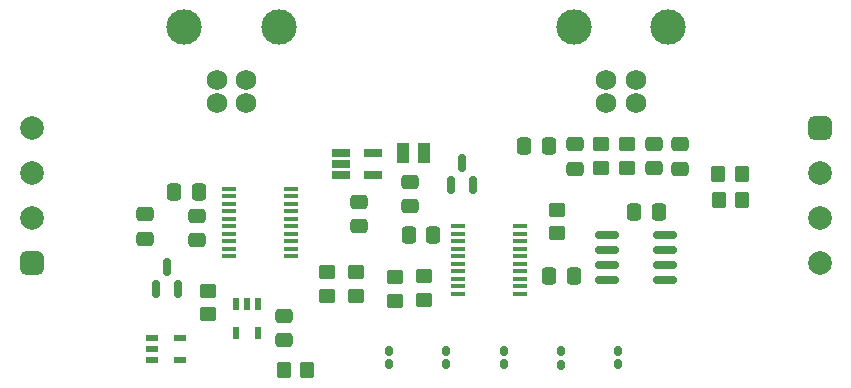
<source format=gbr>
%TF.GenerationSoftware,KiCad,Pcbnew,(6.0.10)*%
%TF.CreationDate,2023-01-23T16:27:41+00:00*%
%TF.ProjectId,USB,5553422e-6b69-4636-9164-5f7063625858,rev?*%
%TF.SameCoordinates,Original*%
%TF.FileFunction,Soldermask,Top*%
%TF.FilePolarity,Negative*%
%FSLAX46Y46*%
G04 Gerber Fmt 4.6, Leading zero omitted, Abs format (unit mm)*
G04 Created by KiCad (PCBNEW (6.0.10)) date 2023-01-23 16:27:41*
%MOMM*%
%LPD*%
G01*
G04 APERTURE LIST*
G04 Aperture macros list*
%AMRoundRect*
0 Rectangle with rounded corners*
0 $1 Rounding radius*
0 $2 $3 $4 $5 $6 $7 $8 $9 X,Y pos of 4 corners*
0 Add a 4 corners polygon primitive as box body*
4,1,4,$2,$3,$4,$5,$6,$7,$8,$9,$2,$3,0*
0 Add four circle primitives for the rounded corners*
1,1,$1+$1,$2,$3*
1,1,$1+$1,$4,$5*
1,1,$1+$1,$6,$7*
1,1,$1+$1,$8,$9*
0 Add four rect primitives between the rounded corners*
20,1,$1+$1,$2,$3,$4,$5,0*
20,1,$1+$1,$4,$5,$6,$7,0*
20,1,$1+$1,$6,$7,$8,$9,0*
20,1,$1+$1,$8,$9,$2,$3,0*%
G04 Aperture macros list end*
%ADD10R,1.200000X0.400000*%
%ADD11RoundRect,0.150000X0.150000X-0.587500X0.150000X0.587500X-0.150000X0.587500X-0.150000X-0.587500X0*%
%ADD12R,1.020000X1.780000*%
%ADD13RoundRect,0.150000X-0.825000X-0.150000X0.825000X-0.150000X0.825000X0.150000X-0.825000X0.150000X0*%
%ADD14R,1.000000X0.600000*%
%ADD15R,0.600000X1.000000*%
%ADD16R,1.560000X0.650000*%
%ADD17RoundRect,0.250000X-0.450000X0.350000X-0.450000X-0.350000X0.450000X-0.350000X0.450000X0.350000X0*%
%ADD18RoundRect,0.250000X0.350000X0.450000X-0.350000X0.450000X-0.350000X-0.450000X0.350000X-0.450000X0*%
%ADD19RoundRect,0.250000X-0.350000X-0.450000X0.350000X-0.450000X0.350000X0.450000X-0.350000X0.450000X0*%
%ADD20RoundRect,0.250000X0.450000X-0.350000X0.450000X0.350000X-0.450000X0.350000X-0.450000X-0.350000X0*%
%ADD21C,2.000000*%
%ADD22RoundRect,0.500000X-0.500000X0.500000X-0.500000X-0.500000X0.500000X-0.500000X0.500000X0.500000X0*%
%ADD23RoundRect,0.500000X0.500000X-0.500000X0.500000X0.500000X-0.500000X0.500000X-0.500000X-0.500000X0*%
%ADD24RoundRect,0.160000X0.160000X-0.222500X0.160000X0.222500X-0.160000X0.222500X-0.160000X-0.222500X0*%
%ADD25RoundRect,0.250000X0.475000X-0.337500X0.475000X0.337500X-0.475000X0.337500X-0.475000X-0.337500X0*%
%ADD26RoundRect,0.250000X0.337500X0.475000X-0.337500X0.475000X-0.337500X-0.475000X0.337500X-0.475000X0*%
%ADD27RoundRect,0.250000X-0.337500X-0.475000X0.337500X-0.475000X0.337500X0.475000X-0.337500X0.475000X0*%
%ADD28RoundRect,0.250000X-0.475000X0.337500X-0.475000X-0.337500X0.475000X-0.337500X0.475000X0.337500X0*%
%ADD29C,3.000000*%
%ADD30C,1.750000*%
G04 APERTURE END LIST*
D10*
%TO.C,U3*%
X166490000Y-137742500D03*
X166490000Y-138377500D03*
X166490000Y-139012500D03*
X166490000Y-139647500D03*
X166490000Y-140282500D03*
X166490000Y-140917500D03*
X166490000Y-141552500D03*
X166490000Y-142187500D03*
X166490000Y-142822500D03*
X166490000Y-143457500D03*
X161290000Y-143457500D03*
X161290000Y-142822500D03*
X161290000Y-142187500D03*
X161290000Y-141552500D03*
X161290000Y-140917500D03*
X161290000Y-140282500D03*
X161290000Y-139647500D03*
X161290000Y-139012500D03*
X161290000Y-138377500D03*
X161290000Y-137742500D03*
%TD*%
D11*
%TO.C,D3*%
X137555000Y-143045000D03*
X135655000Y-143045000D03*
X136605000Y-141170000D03*
%TD*%
%TO.C,D1*%
X162560000Y-134257500D03*
X160660000Y-134257500D03*
X161610000Y-132382500D03*
%TD*%
D12*
%TO.C,L1*%
X158410000Y-131520000D03*
X156630000Y-131520000D03*
%TD*%
D13*
%TO.C,U6*%
X178825000Y-138515000D03*
X178825000Y-139785000D03*
X178825000Y-141055000D03*
X178825000Y-142325000D03*
X173875000Y-142325000D03*
X173875000Y-141055000D03*
X173875000Y-139785000D03*
X173875000Y-138515000D03*
%TD*%
D14*
%TO.C,U5*%
X137710000Y-147190000D03*
X137710000Y-149090000D03*
X135310000Y-149090000D03*
X135310000Y-148140000D03*
X135310000Y-147190000D03*
%TD*%
D15*
%TO.C,U4*%
X144325000Y-146747500D03*
X142425000Y-146747500D03*
X142425000Y-144347500D03*
X143375000Y-144347500D03*
X144325000Y-144347500D03*
%TD*%
D10*
%TO.C,U2*%
X141900000Y-140270000D03*
X141900000Y-139635000D03*
X141900000Y-139000000D03*
X141900000Y-138365000D03*
X141900000Y-137730000D03*
X141900000Y-137095000D03*
X141900000Y-136460000D03*
X141900000Y-135825000D03*
X141900000Y-135190000D03*
X141900000Y-134555000D03*
X147100000Y-134555000D03*
X147100000Y-135190000D03*
X147100000Y-135825000D03*
X147100000Y-136460000D03*
X147100000Y-137095000D03*
X147100000Y-137730000D03*
X147100000Y-138365000D03*
X147100000Y-139000000D03*
X147100000Y-139635000D03*
X147100000Y-140270000D03*
%TD*%
D16*
%TO.C,U1*%
X154030000Y-131530000D03*
X154030000Y-133430000D03*
X151330000Y-133430000D03*
X151330000Y-132480000D03*
X151330000Y-131530000D03*
%TD*%
D17*
%TO.C,R11*%
X155960000Y-144040000D03*
X155960000Y-142040000D03*
%TD*%
%TO.C,R10*%
X158400000Y-144000000D03*
X158400000Y-142000000D03*
%TD*%
%TO.C,R9*%
X150185000Y-143637500D03*
X150185000Y-141637500D03*
%TD*%
D18*
%TO.C,R8*%
X183340000Y-135490000D03*
X185340000Y-135490000D03*
%TD*%
D19*
%TO.C,R7*%
X185310000Y-133330000D03*
X183310000Y-133330000D03*
%TD*%
D17*
%TO.C,R6*%
X152645000Y-143617500D03*
X152645000Y-141617500D03*
%TD*%
D20*
%TO.C,R5*%
X169620000Y-136350000D03*
X169620000Y-138350000D03*
%TD*%
%TO.C,R4*%
X140055000Y-143217500D03*
X140055000Y-145217500D03*
%TD*%
D19*
%TO.C,R3*%
X148500000Y-149960000D03*
X146500000Y-149960000D03*
%TD*%
D17*
%TO.C,R2*%
X175600000Y-132820000D03*
X175600000Y-130820000D03*
%TD*%
%TO.C,R1*%
X173390000Y-132820000D03*
X173390000Y-130820000D03*
%TD*%
D21*
%TO.C,J4*%
X191870000Y-140875000D03*
X191870000Y-137065000D03*
X191870000Y-133255000D03*
D22*
X191870000Y-129445000D03*
%TD*%
D21*
%TO.C,J3*%
X125200000Y-129445000D03*
X125200000Y-133255000D03*
X125200000Y-137065000D03*
D23*
X125200000Y-140875000D03*
%TD*%
D24*
%TO.C,D7*%
X169960000Y-148327500D03*
X169960000Y-149472500D03*
%TD*%
%TO.C,D6*%
X174810000Y-148297500D03*
X174810000Y-149442500D03*
%TD*%
%TO.C,D5*%
X160270000Y-148307500D03*
X160270000Y-149452500D03*
%TD*%
%TO.C,D4*%
X165120000Y-148307500D03*
X165120000Y-149452500D03*
%TD*%
%TO.C,D2*%
X155420000Y-148307500D03*
X155420000Y-149452500D03*
%TD*%
D25*
%TO.C,C13*%
X146535000Y-145330000D03*
X146535000Y-147405000D03*
%TD*%
D26*
%TO.C,C12*%
X176162500Y-136560000D03*
X178237500Y-136560000D03*
%TD*%
D27*
%TO.C,C11*%
X171067500Y-142000000D03*
X168992500Y-142000000D03*
%TD*%
D26*
%TO.C,C10*%
X166852500Y-130950000D03*
X168927500Y-130950000D03*
%TD*%
%TO.C,C9*%
X157102500Y-138530000D03*
X159177500Y-138530000D03*
%TD*%
%TO.C,C8*%
X137242500Y-134852500D03*
X139317500Y-134852500D03*
%TD*%
D28*
%TO.C,C7*%
X139160000Y-138940000D03*
X139160000Y-136865000D03*
%TD*%
%TO.C,C6*%
X157230000Y-136067500D03*
X157230000Y-133992500D03*
%TD*%
%TO.C,C5*%
X134760000Y-138817500D03*
X134760000Y-136742500D03*
%TD*%
%TO.C,C4*%
X171130000Y-132867500D03*
X171130000Y-130792500D03*
%TD*%
%TO.C,C3*%
X180030000Y-132867500D03*
X180030000Y-130792500D03*
%TD*%
%TO.C,C2*%
X177860000Y-130782500D03*
X177860000Y-132857500D03*
%TD*%
%TO.C,C1*%
X152910000Y-137760000D03*
X152910000Y-135685000D03*
%TD*%
D29*
%TO.C,J1*%
X179070000Y-120855000D03*
X171070000Y-120855000D03*
D30*
X173820000Y-125345000D03*
X176320000Y-125345000D03*
X176320000Y-127345000D03*
X173820000Y-127345000D03*
%TD*%
D29*
%TO.C,J2*%
X138070000Y-120855000D03*
X146070000Y-120855000D03*
D30*
X140820000Y-125345000D03*
X143320000Y-125345000D03*
X143320000Y-127345000D03*
X140820000Y-127345000D03*
%TD*%
M02*

</source>
